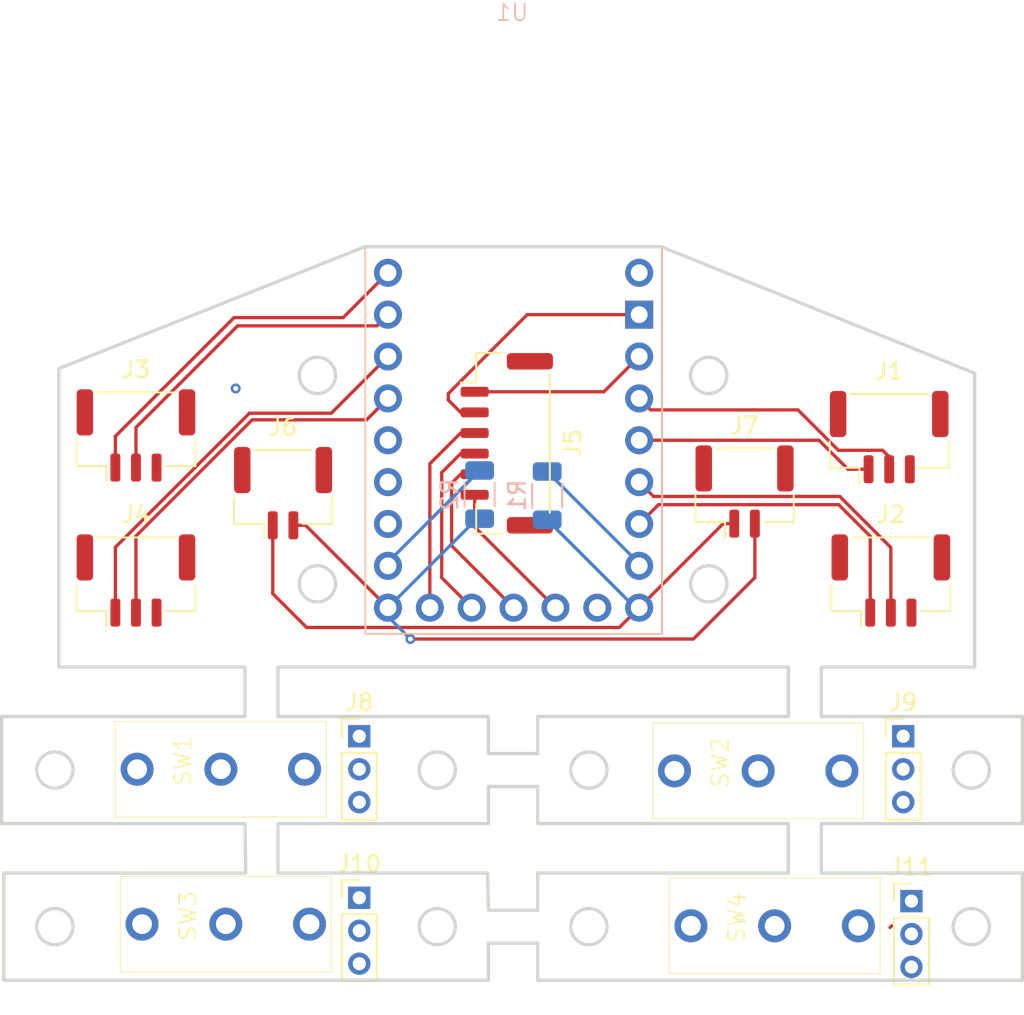
<source format=kicad_pcb>
(kicad_pcb (version 20240108) (generator "pcbnew") (generator_version "8.0")
  (layers (0 "F.Cu" signal) (31 "B.Cu" signal) (34 "B.Paste" user) (35 "F.Paste" user) (36 "B.SilkS" user "B.Silkscreen") (37 "F.SilkS" user "F.Silkscreen") (38 "B.Mask" user) (39 "F.Mask" user) (44 "Edge.Cuts" user))
  (net 0 "")
  (net 1 "btn1c")
  (net 2 "GND")
  (net 3 "btn1")
  (net 4 "btn2")
  (net 5 "btn2c")
  (net 6 "btn3")
  (net 7 "btn3c")
  (net 8 "btn4")
  (net 9 "btn4c")
  (net 10 "SCLK")
  (net 11 "SDIO")
  (net 12 "nCS")
  (net 13 "Net-(J8-Pin_3)")
  (net 14 "VIN")
  (net 15 "Net-(J9-Pin_3)")
  (net 16 "MOTION")
  (net 17 "touch2_in")
  (net 18 "touch1_in")
  (net 19 "touch2_out")
  (net 20 "Net-(J8-Pin_1)")
  (net 21 "Net-(J8-Pin_2)")
  (net 22 "Net-(J9-Pin_2)")
  (net 23 "Net-(J9-Pin_1)")
  (net 24 "Net-(J10-Pin_1)")
  (net 25 "Net-(J10-Pin_2)")
  (net 26 "Net-(J11-Pin_1)")
  (net 27 "Net-(J11-Pin_2)")
  (net 28 "touch1_out")
  (net 34 "Net-(J10-Pin_3)")
  (net 35 "Net-(J11-Pin_3)")
  (footprint "Connector_PinHeader_2.00mm:PinHeader_1x03_P2.00mm_Vertical" (layer "F.Cu") (at 185.9 101.9)
    (property "Reference" "J9" (at 0 -2.06 0) (layer "F.SilkS"))
    (property "Value" "Conn_01x03")
    (fp_line (start -1.06 -1.06) (end 0 -1.06) (stroke (width 0.12)) (layer "F.SilkS"))
    (fp_line (start -1.06 0) (end -1.06 -1.06) (stroke (width 0.12)) (layer "F.SilkS"))
    (fp_line (start -1.06 1) (end -1.06 5.06) (stroke (width 0.12)) (layer "F.SilkS"))
    (fp_line (start -1.06 1) (end 1.06 1) (stroke (width 0.12)) (layer "F.SilkS"))
    (fp_line (start -1.06 5.06) (end 1.06 5.06) (stroke (width 0.12)) (layer "F.SilkS"))
    (fp_line (start 1.06 1) (end 1.06 5.06) (stroke (width 0.12)) (layer "F.SilkS"))
    (pad "1" thru_hole rect (at 0 0) (size 1.35 1.35) (drill 0.8) (layers "*.Cu" "*.Mask") (net 23 "Net-(J9-Pin_1)"))
    (pad "2" thru_hole oval (at 0 2) (size 1.35 1.35) (drill 0.8) (layers "*.Cu" "*.Mask") (net 22 "Net-(J9-Pin_2)"))
    (pad "3" thru_hole oval (at 0 4) (size 1.35 1.35) (drill 0.8) (layers "*.Cu" "*.Mask") (net 15 "Net-(J9-Pin_3)"))
  )
  (footprint "kwkb-footprint:MouseSwitch" (layer "F.Cu") (at 144.5 103.9 90)
    (property "Reference" "SW1" (at 0.5 -2.3 90) (layer "F.SilkS") (effects (font (thickness 0.1))))
    (property "Value" "SW_SPDT_312")
    (fp_rect (start -2.9 -6.4) (end 2.9 6.4) (stroke (width 0.05)) (fill none) (layer "F.SilkS"))
    (pad "1" thru_hole circle (at 0 -5.08 90) (size 2 2) (drill 1.2) (layers "*.Cu" "*.Mask") (net 20 "Net-(J8-Pin_1)"))
    (pad "2" thru_hole circle (at 0 0 90) (size 2 2) (drill 1.2) (layers "*.Cu" "*.Mask") (net 21 "Net-(J8-Pin_2)"))
    (pad "3" thru_hole circle (at 0 5.08 90) (size 2 2) (drill 1.2) (layers "*.Cu" "*.Mask") (net 13 "Net-(J8-Pin_3)"))
  )
  (footprint "kwkb-footprint:MouseSwitch" (layer "F.Cu") (at 177.1 104 90)
    (property "Reference" "SW2" (at 0.5 -2.3 90) (layer "F.SilkS") (effects (font (thickness 0.1))))
    (property "Value" "SW_SPDT_312")
    (fp_rect (start -2.9 -6.4) (end 2.9 6.4) (stroke (width 0.05)) (fill none) (layer "F.SilkS"))
    (pad "1" thru_hole circle (at 0 -5.08 90) (size 2 2) (drill 1.2) (layers "*.Cu" "*.Mask") (net 23 "Net-(J9-Pin_1)"))
    (pad "2" thru_hole circle (at 0 0 90) (size 2 2) (drill 1.2) (layers "*.Cu" "*.Mask") (net 22 "Net-(J9-Pin_2)"))
    (pad "3" thru_hole circle (at 0 5.08 90) (size 2 2) (drill 1.2) (layers "*.Cu" "*.Mask") (net 15 "Net-(J9-Pin_3)"))
  )
  (footprint "Connector_JST:JST_GH_BM03B-GHS-TBT_1x03-1MP_P1.25mm_Vertical" (layer "F.Cu") (at 139.35 92.45)
    (property "Reference" "J4" (at 0 -4 0) (layer "F.SilkS"))
    (property "Value" "Conn_01x03")
    (fp_line (start -3.61 0.26) (end -3.61 1.86) (stroke (width 0.12)) (layer "F.SilkS"))
    (fp_line (start -3.61 1.86) (end -1.81 1.86) (stroke (width 0.12)) (layer "F.SilkS"))
    (fp_line (start -2.34 -2.61) (end 2.34 -2.61) (stroke (width 0.12)) (layer "F.SilkS"))
    (fp_line (start -1.81 1.86) (end -1.81 2.8) (stroke (width 0.12)) (layer "F.SilkS"))
    (fp_line (start 3.61 0.26) (end 3.61 1.86) (stroke (width 0.12)) (layer "F.SilkS"))
    (fp_line (start 3.61 1.86) (end 1.81 1.86) (stroke (width 0.12)) (layer "F.SilkS"))
    (pad "1" smd roundrect (at -1.25 1.95) (size 0.6 1.7) (layers "F.Cu" "F.Paste" "F.Mask") (net 9 "btn4c"))
    (pad "2" smd roundrect (at 0 1.95) (size 0.6 1.7) (layers "F.Cu" "F.Paste" "F.Mask") (net 2 "GND"))
    (pad "3" smd roundrect (at 1.25 1.95) (size 0.6 1.7) (layers "F.Cu" "F.Paste" "F.Mask") (net 8 "btn4"))
    (pad "MP" smd roundrect (at -3.1 -1.4) (size 1 2.8) (layers "F.Cu" "F.Paste" "F.Mask"))
    (pad "MP" smd roundrect (at 3.1 -1.4) (size 1 2.8) (layers "F.Cu" "F.Paste" "F.Mask"))
  )
  (footprint "Connector_PinHeader_2.00mm:PinHeader_1x03_P2.00mm_Vertical" (layer "F.Cu") (at 186.4 111.9)
    (property "Reference" "J11" (at 0 -2.06 0) (layer "F.SilkS"))
    (property "Value" "Conn_01x03")
    (fp_line (start -1.06 -1.06) (end 0 -1.06) (stroke (width 0.12)) (layer "F.SilkS"))
    (fp_line (start -1.06 0) (end -1.06 -1.06) (stroke (width 0.12)) (layer "F.SilkS"))
    (fp_line (start -1.06 1) (end -1.06 5.06) (stroke (width 0.12)) (layer "F.SilkS"))
    (fp_line (start -1.06 1) (end 1.06 1) (stroke (width 0.12)) (layer "F.SilkS"))
    (fp_line (start -1.06 5.06) (end 1.06 5.06) (stroke (width 0.12)) (layer "F.SilkS"))
    (fp_line (start 1.06 1) (end 1.06 5.06) (stroke (width 0.12)) (layer "F.SilkS"))
    (pad "1" thru_hole rect (at 0 0) (size 1.35 1.35) (drill 0.8) (layers "*.Cu" "*.Mask") (net 26 "Net-(J11-Pin_1)"))
    (pad "2" thru_hole oval (at 0 2) (size 1.35 1.35) (drill 0.8) (layers "*.Cu" "*.Mask") (net 27 "Net-(J11-Pin_2)"))
    (pad "3" thru_hole oval (at 0 4) (size 1.35 1.35) (drill 0.8) (layers "*.Cu" "*.Mask") (net 35 "Net-(J11-Pin_3)"))
  )
  (footprint "Connector_JST:JST_GH_BM03B-GHS-TBT_1x03-1MP_P1.25mm_Vertical" (layer "F.Cu") (at 139.35 83.65)
    (property "Reference" "J3" (at 0 -4 0) (layer "F.SilkS"))
    (property "Value" "Conn_01x03")
    (fp_line (start -3.61 0.26) (end -3.61 1.86) (stroke (width 0.12)) (layer "F.SilkS"))
    (fp_line (start -3.61 1.86) (end -1.81 1.86) (stroke (width 0.12)) (layer "F.SilkS"))
    (fp_line (start -2.34 -2.61) (end 2.34 -2.61) (stroke (width 0.12)) (layer "F.SilkS"))
    (fp_line (start -1.81 1.86) (end -1.81 2.8) (stroke (width 0.12)) (layer "F.SilkS"))
    (fp_line (start 3.61 0.26) (end 3.61 1.86) (stroke (width 0.12)) (layer "F.SilkS"))
    (fp_line (start 3.61 1.86) (end 1.81 1.86) (stroke (width 0.12)) (layer "F.SilkS"))
    (pad "1" smd roundrect (at -1.25 1.95) (size 0.6 1.7) (layers "F.Cu" "F.Paste" "F.Mask") (net 7 "btn3c"))
    (pad "2" smd roundrect (at 0 1.95) (size 0.6 1.7) (layers "F.Cu" "F.Paste" "F.Mask") (net 2 "GND"))
    (pad "3" smd roundrect (at 1.25 1.95) (size 0.6 1.7) (layers "F.Cu" "F.Paste" "F.Mask") (net 6 "btn3"))
    (pad "MP" smd roundrect (at -3.1 -1.4) (size 1 2.8) (layers "F.Cu" "F.Paste" "F.Mask"))
    (pad "MP" smd roundrect (at 3.1 -1.4) (size 1 2.8) (layers "F.Cu" "F.Paste" "F.Mask"))
  )
  (footprint "Connector_JST:JST_GH_BM03B-GHS-TBT_1x03-1MP_P1.25mm_Vertical" (layer "F.Cu") (at 185.05 83.75)
    (property "Reference" "J1" (at 0 -4 0) (layer "F.SilkS"))
    (property "Value" "Conn_01x03")
    (fp_line (start -3.61 0.26) (end -3.61 1.86) (stroke (width 0.12)) (layer "F.SilkS"))
    (fp_line (start -3.61 1.86) (end -1.81 1.86) (stroke (width 0.12)) (layer "F.SilkS"))
    (fp_line (start -2.34 -2.61) (end 2.34 -2.61) (stroke (width 0.12)) (layer "F.SilkS"))
    (fp_line (start -1.81 1.86) (end -1.81 2.8) (stroke (width 0.12)) (layer "F.SilkS"))
    (fp_line (start 3.61 0.26) (end 3.61 1.86) (stroke (width 0.12)) (layer "F.SilkS"))
    (fp_line (start 3.61 1.86) (end 1.81 1.86) (stroke (width 0.12)) (layer "F.SilkS"))
    (pad "1" smd roundrect (at -1.25 1.95) (size 0.6 1.7) (layers "F.Cu" "F.Paste" "F.Mask") (net 1 "btn1c"))
    (pad "2" smd roundrect (at 0 1.95) (size 0.6 1.7) (layers "F.Cu" "F.Paste" "F.Mask") (net 2 "GND"))
    (pad "3" smd roundrect (at 1.25 1.95) (size 0.6 1.7) (layers "F.Cu" "F.Paste" "F.Mask") (net 3 "btn1"))
    (pad "MP" smd roundrect (at -3.1 -1.4) (size 1 2.8) (layers "F.Cu" "F.Paste" "F.Mask"))
    (pad "MP" smd roundrect (at 3.1 -1.4) (size 1 2.8) (layers "F.Cu" "F.Paste" "F.Mask"))
  )
  (footprint "Connector_PinHeader_2.00mm:PinHeader_1x03_P2.00mm_Vertical" (layer "F.Cu") (at 152.9 101.9)
    (property "Reference" "J8" (at 0 -2.06 0) (layer "F.SilkS"))
    (property "Value" "Conn_01x03")
    (fp_line (start -1.06 -1.06) (end 0 -1.06) (stroke (width 0.12)) (layer "F.SilkS"))
    (fp_line (start -1.06 0) (end -1.06 -1.06) (stroke (width 0.12)) (layer "F.SilkS"))
    (fp_line (start -1.06 1) (end -1.06 5.06) (stroke (width 0.12)) (layer "F.SilkS"))
    (fp_line (start -1.06 1) (end 1.06 1) (stroke (width 0.12)) (layer "F.SilkS"))
    (fp_line (start -1.06 5.06) (end 1.06 5.06) (stroke (width 0.12)) (layer "F.SilkS"))
    (fp_line (start 1.06 1) (end 1.06 5.06) (stroke (width 0.12)) (layer "F.SilkS"))
    (pad "1" thru_hole rect (at 0 0) (size 1.35 1.35) (drill 0.8) (layers "*.Cu" "*.Mask") (net 20 "Net-(J8-Pin_1)"))
    (pad "2" thru_hole oval (at 0 2) (size 1.35 1.35) (drill 0.8) (layers "*.Cu" "*.Mask") (net 21 "Net-(J8-Pin_2)"))
    (pad "3" thru_hole oval (at 0 4) (size 1.35 1.35) (drill 0.8) (layers "*.Cu" "*.Mask") (net 13 "Net-(J8-Pin_3)"))
  )
  (footprint "kwkb-footprint:MouseSwitch" (layer "F.Cu") (at 178.1 113.4 90)
    (property "Reference" "SW4" (at 0.5 -2.3 90) (layer "F.SilkS") (effects (font (thickness 0.1))))
    (property "Value" "SW_SPDT_312")
    (fp_rect (start -2.9 -6.4) (end 2.9 6.4) (stroke (width 0.05)) (fill none) (layer "F.SilkS"))
    (pad "1" thru_hole circle (at 0 -5.08 90) (size 2 2) (drill 1.2) (layers "*.Cu" "*.Mask") (net 26 "Net-(J11-Pin_1)"))
    (pad "2" thru_hole circle (at 0 0 90) (size 2 2) (drill 1.2) (layers "*.Cu" "*.Mask") (net 27 "Net-(J11-Pin_2)"))
    (pad "3" thru_hole circle (at 0 5.08 90) (size 2 2) (drill 1.2) (layers "*.Cu" "*.Mask") (net 35 "Net-(J11-Pin_3)"))
  )
  (footprint "Connector_JST:JST_GH_BM06B-GHS-TBT_1x06-1MP_P1.25mm_Vertical" (layer "F.Cu") (at 161.85 84.125 -90)
    (property "Reference" "J5" (at 0 -4 90) (layer "F.SilkS"))
    (property "Value" "Conn_01x06")
    (fp_line (start -5.485 1.86) (end -3.685 1.86) (stroke (width 0.12)) (layer "F.SilkS"))
    (fp_line (start -3.685 1.86) (end -3.685 2.8) (stroke (width 0.12)) (layer "F.SilkS"))
    (fp_line (start 5.485 1.86) (end 3.685 1.86) (stroke (width 0.12)) (layer "F.SilkS"))
    (fp_line (start -5.485 0.26) (end -5.485 1.86) (stroke (width 0.12)) (layer "F.SilkS"))
    (fp_line (start 5.485 0.26) (end 5.485 1.86) (stroke (width 0.12)) (layer "F.SilkS"))
    (fp_line (start -4.215 -2.61) (end 4.215 -2.61) (stroke (width 0.12)) (layer "F.SilkS"))
    (pad "1" smd roundrect (at -3.125 1.95 270) (size 0.6 1.7) (layers "F.Cu" "F.Paste" "F.Mask") (net 14 "VIN"))
    (pad "2" smd roundrect (at -1.875 1.95 270) (size 0.6 1.7) (layers "F.Cu" "F.Paste" "F.Mask") (net 2 "GND"))
    (pad "3" smd roundrect (at -0.625 1.95 270) (size 0.6 1.7) (layers "F.Cu" "F.Paste" "F.Mask") (net 12 "nCS"))
    (pad "4" smd roundrect (at 0.625 1.95 270) (size 0.6 1.7) (layers "F.Cu" "F.Paste" "F.Mask") (net 11 "SDIO"))
    (pad "5" smd roundrect (at 1.875 1.95 270) (size 0.6 1.7) (layers "F.Cu" "F.Paste" "F.Mask") (net 10 "SCLK"))
    (pad "6" smd roundrect (at 3.125 1.95 270) (size 0.6 1.7) (layers "F.Cu" "F.Paste" "F.Mask") (net 16 "MOTION"))
    (pad "MP" smd roundrect (at -4.975 -1.4 270) (size 1 2.8) (layers "F.Cu" "F.Paste" "F.Mask"))
    (pad "MP" smd roundrect (at 4.975 -1.4 270) (size 1 2.8) (layers "F.Cu" "F.Paste" "F.Mask"))
  )
  (footprint "Connector_PinHeader_2.00mm:PinHeader_1x03_P2.00mm_Vertical" (layer "F.Cu") (at 152.9 111.7)
    (property "Reference" "J10" (at 0 -2.06 0) (layer "F.SilkS"))
    (property "Value" "Conn_01x03")
    (fp_line (start -1.06 -1.06) (end 0 -1.06) (stroke (width 0.12)) (layer "F.SilkS"))
    (fp_line (start -1.06 0) (end -1.06 -1.06) (stroke (width 0.12)) (layer "F.SilkS"))
    (fp_line (start -1.06 1) (end -1.06 5.06) (stroke (width 0.12)) (layer "F.SilkS"))
    (fp_line (start -1.06 1) (end 1.06 1) (stroke (width 0.12)) (layer "F.SilkS"))
    (fp_line (start -1.06 5.06) (end 1.06 5.06) (stroke (width 0.12)) (layer "F.SilkS"))
    (fp_line (start 1.06 1) (end 1.06 5.06) (stroke (width 0.12)) (layer "F.SilkS"))
    (pad "1" thru_hole rect (at 0 0) (size 1.35 1.35) (drill 0.8) (layers "*.Cu" "*.Mask") (net 24 "Net-(J10-Pin_1)"))
    (pad "2" thru_hole oval (at 0 2) (size 1.35 1.35) (drill 0.8) (layers "*.Cu" "*.Mask") (net 25 "Net-(J10-Pin_2)"))
    (pad "3" thru_hole oval (at 0 4) (size 1.35 1.35) (drill 0.8) (layers "*.Cu" "*.Mask") (net 34 "Net-(J10-Pin_3)"))
  )
  (footprint "Connector_JST:JST_GH_BM02B-GHS-TBT_1x02-1MP_P1.25mm_Vertical" (layer "F.Cu") (at 176.275 87.05)
    (property "Reference" "J7" (at 0 -4 0) (layer "F.SilkS"))
    (property "Value" "Conn_01x02")
    (fp_line (start -2.985 0.26) (end -2.985 1.86) (stroke (width 0.12)) (layer "F.SilkS"))
    (fp_line (start -2.985 1.86) (end -1.185 1.86) (stroke (width 0.12)) (layer "F.SilkS"))
    (fp_line (start -1.715 -2.61) (end 1.715 -2.61) (stroke (width 0.12)) (layer "F.SilkS"))
    (fp_line (start -1.185 1.86) (end -1.185 2.8) (stroke (width 0.12)) (layer "F.SilkS"))
    (fp_line (start 2.985 0.26) (end 2.985 1.86) (stroke (width 0.12)) (layer "F.SilkS"))
    (fp_line (start 2.985 1.86) (end 1.185 1.86) (stroke (width 0.12)) (layer "F.SilkS"))
    (pad "1" smd roundrect (at -0.625 1.95) (size 0.6 1.7) (layers "F.Cu" "F.Paste" "F.Mask") (net 18 "touch1_in"))
    (pad "2" smd roundrect (at 0.625 1.95) (size 0.6 1.7) (layers "F.Cu" "F.Paste" "F.Mask") (net 17 "touch2_in"))
    (pad "MP" smd roundrect (at -2.475 -1.4) (size 1 2.8) (layers "F.Cu" "F.Paste" "F.Mask"))
    (pad "MP" smd roundrect (at 2.475 -1.4) (size 1 2.8) (layers "F.Cu" "F.Paste" "F.Mask"))
  )
  (footprint "Connector_JST:JST_GH_BM02B-GHS-TBT_1x02-1MP_P1.25mm_Vertical" (layer "F.Cu") (at 148.275 87.15)
    (property "Reference" "J6" (at 0 -4 0) (layer "F.SilkS"))
    (property "Value" "Conn_01x02")
    (fp_line (start -2.985 0.26) (end -2.985 1.86) (stroke (width 0.12)) (layer "F.SilkS"))
    (fp_line (start -2.985 1.86) (end -1.185 1.86) (stroke (width 0.12)) (layer "F.SilkS"))
    (fp_line (start -1.715 -2.61) (end 1.715 -2.61) (stroke (width 0.12)) (layer "F.SilkS"))
    (fp_line (start -1.185 1.86) (end -1.185 2.8) (stroke (width 0.12)) (layer "F.SilkS"))
    (fp_line (start 2.985 0.26) (end 2.985 1.86) (stroke (width 0.12)) (layer "F.SilkS"))
    (fp_line (start 2.985 1.86) (end 1.185 1.86) (stroke (width 0.12)) (layer "F.SilkS"))
    (pad "1" smd roundrect (at -0.625 1.95) (size 0.6 1.7) (layers "F.Cu" "F.Paste" "F.Mask") (net 18 "touch1_in"))
    (pad "2" smd roundrect (at 0.625 1.95) (size 0.6 1.7) (layers "F.Cu" "F.Paste" "F.Mask") (net 17 "touch2_in"))
    (pad "MP" smd roundrect (at -2.475 -1.4) (size 1 2.8) (layers "F.Cu" "F.Paste" "F.Mask"))
    (pad "MP" smd roundrect (at 2.475 -1.4) (size 1 2.8) (layers "F.Cu" "F.Paste" "F.Mask"))
  )
  (footprint "kwkb-footprint:MouseSwitch" (layer "F.Cu") (at 144.8 113.3 90)
    (property "Reference" "SW3" (at 0.5 -2.3 90) (layer "F.SilkS") (effects (font (thickness 0.1))))
    (property "Value" "SW_SPDT_312")
    (fp_rect (start -2.9 -6.4) (end 2.9 6.4) (stroke (width 0.05)) (fill none) (layer "F.SilkS"))
    (pad "1" thru_hole circle (at 0 -5.08 90) (size 2 2) (drill 1.2) (layers "*.Cu" "*.Mask") (net 24 "Net-(J10-Pin_1)"))
    (pad "2" thru_hole circle (at 0 0 90) (size 2 2) (drill 1.2) (layers "*.Cu" "*.Mask") (net 25 "Net-(J10-Pin_2)"))
    (pad "3" thru_hole circle (at 0 5.08 90) (size 2 2) (drill 1.2) (layers "*.Cu" "*.Mask") (net 34 "Net-(J10-Pin_3)"))
  )
  (footprint "Connector_JST:JST_GH_BM03B-GHS-TBT_1x03-1MP_P1.25mm_Vertical" (layer "F.Cu") (at 185.15 92.45)
    (property "Reference" "J2" (at 0 -4 0) (layer "F.SilkS"))
    (property "Value" "Conn_01x03")
    (fp_line (start -3.61 0.26) (end -3.61 1.86) (stroke (width 0.12)) (layer "F.SilkS"))
    (fp_line (start -3.61 1.86) (end -1.81 1.86) (stroke (width 0.12)) (layer "F.SilkS"))
    (fp_line (start -2.34 -2.61) (end 2.34 -2.61) (stroke (width 0.12)) (layer "F.SilkS"))
    (fp_line (start -1.81 1.86) (end -1.81 2.8) (stroke (width 0.12)) (layer "F.SilkS"))
    (fp_line (start 3.61 0.26) (end 3.61 1.86) (stroke (width 0.12)) (layer "F.SilkS"))
    (fp_line (start 3.61 1.86) (end 1.81 1.86) (stroke (width 0.12)) (layer "F.SilkS"))
    (pad "1" smd roundrect (at -1.25 1.95) (size 0.6 1.7) (layers "F.Cu" "F.Paste" "F.Mask") (net 5 "btn2c"))
    (pad "2" smd roundrect (at 0 1.95) (size 0.6 1.7) (layers "F.Cu" "F.Paste" "F.Mask") (net 2 "GND"))
    (pad "3" smd roundrect (at 1.25 1.95) (size 0.6 1.7) (layers "F.Cu" "F.Paste" "F.Mask") (net 4 "btn2"))
    (pad "MP" smd roundrect (at -3.1 -1.4) (size 1 2.8) (layers "F.Cu" "F.Paste" "F.Mask"))
    (pad "MP" smd roundrect (at 3.1 -1.4) (size 1 2.8) (layers "F.Cu" "F.Paste" "F.Mask"))
  )
  (footprint "Resistor_SMD:R_1206_3216Metric" (layer "B.Cu") (at 164.3 87.3 -90)
    (property "Reference" "R1" (at 0 1.82 90) (layer "B.SilkS") (effects (justify mirror)))
    (property "Value" "100k")
    (fp_line (start 0.727064 0.91) (end -0.727064 0.91) (stroke (width 0.12)) (layer "B.SilkS"))
    (fp_line (start 0.727064 -0.91) (end -0.727064 -0.91) (stroke (width 0.12)) (layer "B.SilkS"))
    (pad "1" smd roundrect (at -1.4625 0 270) (size 1.125 1.75) (layers "B.Cu" "B.Paste" "B.Mask") (roundrect_rratio 0.222222) (net 28 "touch1_out"))
    (pad "2" smd roundrect (at 1.4625 0 270) (size 1.125 1.75) (layers "B.Cu" "B.Paste" "B.Mask") (roundrect_rratio 0.222222) (net 18 "touch1_in"))
  )
  (footprint "Resistor_SMD:R_1206_3216Metric" (layer "B.Cu") (at 160.2 87.2375 -90)
    (property "Reference" "R2" (at 0 1.82 90) (layer "B.SilkS") (effects (justify mirror)))
    (property "Value" "100k")
    (fp_line (start 0.727064 0.91) (end -0.727064 0.91) (stroke (width 0.12)) (layer "B.SilkS"))
    (fp_line (start 0.727064 -0.91) (end -0.727064 -0.91) (stroke (width 0.12)) (layer "B.SilkS"))
    (pad "1" smd roundrect (at -1.4625 0 270) (size 1.125 1.75) (layers "B.Cu" "B.Paste" "B.Mask") (roundrect_rratio 0.222222) (net 19 "touch2_out"))
    (pad "2" smd roundrect (at 1.4625 0 270) (size 1.125 1.75) (layers "B.Cu" "B.Paste" "B.Mask") (roundrect_rratio 0.222222) (net 17 "touch2_in"))
  )
  (footprint "kwkb-footprint:RP2024-Zero" (layer "B.Cu") (at 162.26 72.19 180)
    (property "Reference" "U1" (at 0.1 14.2 0) (layer "B.SilkS") (effects (font (thickness 0.1)) (justify mirror)))
    (property "Value" "~")
    (fp_rect (start 9 -23.5) (end -9 0) (stroke (width 0.1)) (fill none) (layer "B.SilkS"))
    (fp_rect (start 8.98 -23.48) (end -9.02 0.02) (stroke (width 0.1)) (fill none) (layer "F.SilkS"))
    (pad "1" thru_hole oval (at -7.62 -1.59 180) (size 1.7 1.7) (drill 1.02) (layers "*.Cu" "*.Mask"))
    (pad "2" thru_hole rect (at -7.62 -4.13 180) (size 1.7 1.7) (drill 1.02) (layers "*.Cu" "*.Mask") (net 2 "GND"))
    (pad "3" thru_hole oval (at -7.62 -6.67 180) (size 1.7 1.7) (drill 1.02) (layers "*.Cu" "*.Mask") (net 14 "VIN"))
    (pad "4" thru_hole oval (at -7.62 -9.21 180) (size 1.7 1.7) (drill 1.02) (layers "*.Cu" "*.Mask") (net 3 "btn1"))
    (pad "5" thru_hole oval (at -7.62 -11.75 180) (size 1.7 1.7) (drill 1.02) (layers "*.Cu" "*.Mask") (net 1 "btn1c"))
    (pad "6" thru_hole oval (at -7.62 -14.29 180) (size 1.7 1.7) (drill 1.02) (layers "*.Cu" "*.Mask") (net 4 "btn2"))
    (pad "7" thru_hole oval (at -7.62 -16.83 180) (size 1.7 1.7) (drill 1.02) (layers "*.Cu" "*.Mask") (net 5 "btn2c"))
    (pad "8" thru_hole oval (at -7.62 -19.37 180) (size 1.7 1.7) (drill 1.02) (layers "*.Cu" "*.Mask") (net 28 "touch1_out"))
    (pad "9" thru_hole oval (at -7.62 -21.91 180) (size 1.7 1.7) (drill 1.02) (layers "*.Cu" "*.Mask") (net 18 "touch1_in"))
    (pad "10" thru_hole oval (at -5.08 -21.91 180) (size 1.7 1.7) (drill 1.02) (layers "*.Cu" "*.Mask"))
    (pad "11" thru_hole oval (at -2.54 -21.91 180) (size 1.7 1.7) (drill 1.02) (layers "*.Cu" "*.Mask") (net 16 "MOTION"))
    (pad "12" thru_hole oval (at 0 -21.91 180) (size 1.7 1.7) (drill 1.02) (layers "*.Cu" "*.Mask") (net 10 "SCLK"))
    (pad "13" thru_hole oval (at 2.54 -21.91 180) (size 1.7 1.7) (drill 1.02) (layers "*.Cu" "*.Mask") (net 11 "SDIO"))
    (pad "14" thru_hole oval (at 5.08 -21.91 180) (size 1.7 1.7) (drill 1.02) (layers "*.Cu" "*.Mask") (net 12 "nCS"))
    (pad "15" thru_hole oval (at 7.62 -21.91 180) (size 1.7 1.7) (drill 1.02) (layers "*.Cu" "*.Mask") (net 17 "touch2_in"))
    (pad "16" thru_hole oval (at 7.62 -19.37 180) (size 1.7 1.7) (drill 1.02) (layers "*.Cu" "*.Mask") (net 19 "touch2_out"))
    (pad "17" thru_hole oval (at 7.62 -16.83 180) (size 1.7 1.7) (drill 1.02) (layers "*.Cu" "*.Mask"))
    (pad "18" thru_hole oval (at 7.62 -14.29 180) (size 1.7 1.7) (drill 1.02) (layers "*.Cu" "*.Mask"))
    (pad "19" thru_hole oval (at 7.62 -11.75 180) (size 1.7 1.7) (drill 1.02) (layers "*.Cu" "*.Mask"))
    (pad "20" thru_hole oval (at 7.62 -9.21 180) (size 1.7 1.7) (drill 1.02) (layers "*.Cu" "*.Mask") (net 8 "btn4"))
    (pad "21" thru_hole oval (at 7.62 -6.67 180) (size 1.7 1.7) (drill 1.02) (layers "*.Cu" "*.Mask") (net 9 "btn4c"))
    (pad "22" thru_hole oval (at 7.62 -4.13 180) (size 1.7 1.7) (drill 1.02) (layers "*.Cu" "*.Mask") (net 6 "btn3"))
    (pad "23" thru_hole oval (at 7.62 -1.59 180) (size 1.7 1.7) (drill 1.02) (layers "*.Cu" "*.Mask") (net 7 "btn3c"))
  )
  (gr_line (start 146.008987 110.2) (end 137.529389 110.2) (stroke (width 0.2)) (layer "Edge.Cuts"))
  (gr_line (start 131.329389 110.2) (end 131.329389 116.7) (stroke (width 0.2)) (layer "Edge.Cuts"))
  (gr_line (start 163.729389 112.45) (end 160.729389 112.45) (stroke (width 0.2)) (layer "Edge.Cuts"))
  (gr_circle (center 166.829389 113.45) (end 165.729389 113.45) (stroke (width 0.2)) (fill none) (layer "Edge.Cuts"))
  (gr_line (start 163.729389 110.2) (end 163.729389 112.45) (stroke (width 0.2)) (layer "Edge.Cuts"))
  (gr_line (start 163.729389 100.7) (end 163.729389 102.95) (stroke (width 0.2)) (layer "Edge.Cuts"))
  (gr_line (start 145.964695 100.7) (end 145.964695 97.7) (stroke (width 0.2)) (layer "Edge.Cuts"))
  (gr_line (start 147.964695 110.2) (end 147.964695 107.2) (stroke (width 0.2)) (layer "Edge.Cuts"))
  (gr_line (start 171.229389 72.200207) (end 153.229389 72.200207) (stroke (width 0.2)) (layer "Edge.Cuts"))
  (gr_line (start 147.964695 107.2) (end 160.729389 107.2) (stroke (width 0.2)) (layer "Edge.Cuts"))
  (gr_line (start 193.129389 100.7) (end 180.929389 100.7) (stroke (width 0.2)) (layer "Edge.Cuts"))
  (gr_line (start 131.2 107.2) (end 145.964695 107.2) (stroke (width 0.2)) (layer "Edge.Cuts"))
  (gr_line (start 163.729389 116.7) (end 193.129389 116.7) (stroke (width 0.2)) (layer "Edge.Cuts"))
  (gr_circle (center 166.829389 103.95) (end 165.729389 103.95) (stroke (width 0.2)) (fill none) (layer "Edge.Cuts"))
  (gr_line (start 178.929389 110.2) (end 163.729389 110.2) (stroke (width 0.2)) (layer "Edge.Cuts"))
  (gr_line (start 134.66923 79.591738) (end 134.66923 97.7) (stroke (width 0.2)) (layer "Edge.Cuts"))
  (gr_line (start 163.729389 104.95) (end 160.729389 104.95) (stroke (width 0.2)) (layer "Edge.Cuts"))
  (gr_line (start 145.964695 100.7) (end 131.2 100.7) (stroke (width 0.2)) (layer "Edge.Cuts"))
  (gr_line (start 146.008987 110.2) (end 145.964695 107.2) (stroke (width 0.2)) (layer "Edge.Cuts"))
  (gr_line (start 134.66923 97.7) (end 145.964695 97.7) (stroke (width 0.2)) (layer "Edge.Cuts"))
  (gr_line (start 193.129389 107.2) (end 193.129389 100.7) (stroke (width 0.2)) (layer "Edge.Cuts"))
  (gr_line (start 160.688586 110.2) (end 147.964695 110.2) (stroke (width 0.2)) (layer "Edge.Cuts"))
  (gr_line (start 160.729389 107.2) (end 160.729389 104.95) (stroke (width 0.2)) (layer "Edge.Cuts"))
  (gr_circle (center 157.629389 103.95) (end 156.529389 103.95) (stroke (width 0.2)) (fill none) (layer "Edge.Cuts"))
  (gr_line (start 160.729389 116.7) (end 160.729389 114.45) (stroke (width 0.2)) (layer "Edge.Cuts"))
  (gr_line (start 131.2 100.7) (end 131.2 107.2) (stroke (width 0.2)) (layer "Edge.Cuts"))
  (gr_line (start 131.329389 116.7) (end 160.729389 116.7) (stroke (width 0.2)) (layer "Edge.Cuts"))
  (gr_circle (center 134.429389 113.45) (end 133.329389 113.45) (stroke (width 0.2)) (fill none) (layer "Edge.Cuts"))
  (gr_line (start 180.929389 100.7) (end 180.929389 97.7) (stroke (width 0.2)) (layer "Edge.Cuts"))
  (gr_line (start 160.729389 112.45) (end 160.688586 110.2) (stroke (width 0.2)) (layer "Edge.Cuts"))
  (gr_line (start 163.729389 104.95) (end 163.729389 107.2) (stroke (width 0.2)) (layer "Edge.Cuts"))
  (gr_circle (center 190.029389 113.45) (end 188.929389 113.45) (stroke (width 0.2)) (fill none) (layer "Edge.Cuts"))
  (gr_line (start 178.929389 100.7) (end 178.929389 97.7) (stroke (width 0.2)) (layer "Edge.Cuts"))
  (gr_line (start 163.729389 107.2) (end 178.929389 107.2) (stroke (width 0.2)) (layer "Edge.Cuts"))
  (gr_line (start 180.929389 107.2) (end 193.129389 107.2) (stroke (width 0.2)) (layer "Edge.Cuts"))
  (gr_circle (center 174.101911 80.006228) (end 173.001911 80.006228) (stroke (width 0.2)) (fill none) (layer "Edge.Cuts"))
  (gr_line (start 190.234471 97.7) (end 190.234471 79.874914) (stroke (width 0.2)) (layer "Edge.Cuts"))
  (gr_circle (center 150.356867 92.65087) (end 149.256867 92.65087) (stroke (width 0.2)) (fill none) (layer "Edge.Cuts"))
  (gr_line (start 193.129389 116.7) (end 193.129389 110.2) (stroke (width 0.2)) (layer "Edge.Cuts"))
  (gr_line (start 163.729389 102.95) (end 160.729389 102.95) (stroke (width 0.2)) (layer "Edge.Cuts"))
  (gr_circle (center 174.101911 92.65087) (end 173.001911 92.65087) (stroke (width 0.2)) (fill none) (layer "Edge.Cuts"))
  (gr_line (start 178.929389 100.7) (end 163.729389 100.7) (stroke (width 0.2)) (layer "Edge.Cuts"))
  (gr_line (start 178.929389 97.7) (end 147.964695 97.7) (stroke (width 0.2)) (layer "Edge.Cuts"))
  (gr_line (start 163.729389 114.45) (end 160.729389 114.45) (stroke (width 0.2)) (layer "Edge.Cuts"))
  (gr_line (start 137.529389 110.2) (end 131.329389 110.2) (stroke (width 0.2)) (layer "Edge.Cuts"))
  (gr_line (start 147.964695 100.7) (end 147.964695 97.7) (stroke (width 0.2)) (layer "Edge.Cuts"))
  (gr_line (start 193.129389 110.2) (end 180.929389 110.2) (stroke (width 0.2)) (layer "Edge.Cuts"))
  (gr_line (start 153.229389 72.200207) (end 134.66923 79.591738) (stroke (width 0.2)) (layer "Edge.Cuts"))
  (gr_line (start 180.929389 97.7) (end 190.234471 97.7) (stroke (width 0.2)) (layer "Edge.Cuts"))
  (gr_circle (center 190.029389 103.95) (end 188.929389 103.95) (stroke (width 0.2)) (fill none) (layer "Edge.Cuts"))
  (gr_circle (center 157.629389 113.45) (end 156.529389 113.45) (stroke (width 0.2)) (fill none) (layer "Edge.Cuts"))
  (gr_line (start 180.929389 110.2) (end 180.929389 107.2) (stroke (width 0.2)) (layer "Edge.Cuts"))
  (gr_line (start 190.234471 79.874914) (end 171.229389 72.200207) (stroke (width 0.2)) (layer "Edge.Cuts"))
  (gr_circle (center 134.429389 103.95) (end 133.329389 103.95) (stroke (width 0.2)) (fill none) (layer "Edge.Cuts"))
  (gr_circle (center 150.356867 80.006228) (end 149.256867 80.006228) (stroke (width 0.2)) (fill none) (layer "Edge.Cuts"))
  (gr_line (start 160.729389 100.7) (end 147.964695 100.7) (stroke (width 0.2)) (layer "Edge.Cuts"))
  (gr_line (start 178.929389 110.2) (end 178.929389 107.2) (stroke (width 0.2)) (layer "Edge.Cuts"))
  (gr_line (start 160.729389 102.95) (end 160.729389 100.7) (stroke (width 0.2)) (layer "Edge.Cuts"))
  (gr_line (start 163.729389 114.45) (end 163.729389 116.7) (stroke (width 0.2)) (layer "Edge.Cuts"))
  (segment (start 182.54957 85.7) (end 183.8 85.7) (width 0.2) (layer "F.Cu") (net 1))
  (segment (start 169.88 83.94) (end 180.78957 83.94) (width 0.2) (layer "F.Cu") (net 1))
  (segment (start 180.78957 83.94) (end 182.54957 85.7) (width 0.2) (layer "F.Cu") (net 1))
  (segment (start 159.9 82.25) (end 159.050001 82.25) (width 0.2) (layer "F.Cu") (net 2))
  (segment (start 158.3 81.499999) (end 158.3 81.109448) (width 0.2) (layer "F.Cu") (net 2))
  (segment (start 158.3 81.109448) (end 163.089448 76.32) (width 0.2) (layer "F.Cu") (net 2))
  (segment (start 163.089448 76.32) (end 169.88 76.32) (width 0.2) (layer "F.Cu") (net 2))
  (segment (start 159.050001 82.25) (end 158.3 81.499999) (width 0.2) (layer "F.Cu") (net 2))
  (via (at 145.4 80.8) (size 0.6) (drill 0.3) (layers "F.Cu" "B.Cu") (net 2))
  (segment (start 169.88 81.4) (end 170.58 82.1) (width 0.2) (layer "F.Cu") (net 3))
  (segment (start 185.05 84.95) (end 185.05 85.7) (width 0.2) (layer "F.Cu") (net 3))
  (segment (start 179.515256 82.1) (end 181.965256 84.55) (width 0.2) (layer "F.Cu") (net 3))
  (segment (start 181.965256 84.55) (end 184.65 84.55) (width 0.2) (layer "F.Cu") (net 3))
  (segment (start 170.58 82.1) (end 179.515256 82.1) (width 0.2) (layer "F.Cu") (net 3))
  (segment (start 184.65 84.55) (end 185.05 84.95) (width 0.2) (layer "F.Cu") (net 3))
  (segment (start 185.15 90.45) (end 185.15 94.4) (width 0.2) (layer "F.Cu") (net 4))
  (segment (start 170.75 87.35) (end 182.05 87.35) (width 0.2) (layer "F.Cu") (net 4))
  (segment (start 182.05 87.35) (end 185.15 90.45) (width 0.2) (layer "F.Cu") (net 4))
  (segment (start 169.88 86.48) (end 170.75 87.35) (width 0.2) (layer "F.Cu") (net 4))
  (segment (start 169.88 89.02) (end 171.05 87.85) (width 0.2) (layer "F.Cu") (net 5))
  (segment (start 171.05 87.85) (end 181.984314 87.85) (width 0.2) (layer "F.Cu") (net 5))
  (segment (start 183.9 89.765686) (end 183.9 94.4) (width 0.2) (layer "F.Cu") (net 5))
  (segment (start 181.984314 87.85) (end 183.9 89.765686) (width 0.2) (layer "F.Cu") (net 5))
  (segment (start 139.35 85.6) (end 139.35 83.165256) (width 0.2) (layer "F.Cu") (net 6))
  (segment (start 145.515256 77) (end 153.96 77) (width 0.2) (layer "F.Cu") (net 6))
  (segment (start 139.35 83.165256) (end 145.515256 77) (width 0.2) (layer "F.Cu") (net 6))
  (segment (start 153.96 77) (end 154.64 76.32) (width 0.2) (layer "F.Cu") (net 6))
  (segment (start 151.92 76.5) (end 154.64 73.78) (width 0.2) (layer "F.Cu") (net 7))
  (segment (start 145.3 76.5) (end 151.92 76.5) (width 0.2) (layer "F.Cu") (net 7))
  (segment (start 138.1 83.7) (end 145.3 76.5) (width 0.2) (layer "F.Cu") (net 7))
  (segment (start 138.1 85.6) (end 138.1 83.7) (width 0.2) (layer "F.Cu") (net 7))
  (segment (start 146.4 82.7) (end 153.34 82.7) (width 0.2) (layer "F.Cu") (net 8))
  (segment (start 153.34 82.7) (end 154.64 81.4) (width 0.2) (layer "F.Cu") (net 8))
  (segment (start 139.35 89.75) (end 146.4 82.7) (width 0.2) (layer "F.Cu") (net 8))
  (segment (start 139.35 94.4) (end 139.35 89.75) (width 0.2) (layer "F.Cu") (net 8))
  (segment (start 151.2 82.3) (end 154.64 78.86) (width 0.2) (layer "F.Cu") (net 9))
  (segment (start 146.234314 82.3) (end 151.2 82.3) (width 0.2) (layer "F.Cu") (net 9))
  (segment (start 138.1 94.4) (end 138.1 90.434314) (width 0.2) (layer "F.Cu") (net 9))
  (segment (start 138.1 90.434314) (end 146.234314 82.3) (width 0.2) (layer "F.Cu") (net 9))
  (segment (start 158.5 86.550001) (end 158.5 90.34) (width 0.2) (layer "F.Cu") (net 10))
  (segment (start 159.050001 86) (end 158.5 86.550001) (width 0.2) (layer "F.Cu") (net 10))
  (segment (start 158.5 90.34) (end 162.26 94.1) (width 0.2) (layer "F.Cu") (net 10))
  (segment (start 159.9 86) (end 159.050001 86) (width 0.2) (layer "F.Cu") (net 10))
  (segment (start 159.9 84.75) (end 159.050001 84.75) (width 0.2) (layer "F.Cu") (net 11))
  (segment (start 157.9 85.900001) (end 157.9 92.28) (width 0.2) (layer "F.Cu") (net 11))
  (segment (start 157.9 92.28) (end 159.72 94.1) (width 0.2) (layer "F.Cu") (net 11))
  (segment (start 159.050001 84.75) (end 157.9 85.900001) (width 0.2) (layer "F.Cu") (net 11))
  (segment (start 159.050001 83.5) (end 157.18 85.370001) (width 0.2) (layer "F.Cu") (net 12))
  (segment (start 159.9 83.5) (end 159.050001 83.5) (width 0.2) (layer "F.Cu") (net 12))
  (segment (start 157.18 85.370001) (end 157.18 94.1) (width 0.2) (layer "F.Cu") (net 12))
  (segment (start 159.9 81) (end 167.74 81) (width 0.2) (layer "F.Cu") (net 14))
  (segment (start 167.74 81) (end 169.88 78.86) (width 0.2) (layer "F.Cu") (net 14))
  (segment (start 159.9 89.2) (end 164.8 94.1) (width 0.2) (layer "F.Cu") (net 16))
  (segment (start 159.9 87.25) (end 159.9 89.2) (width 0.2) (layer "F.Cu") (net 16))
  (segment (start 149.64 89.1) (end 154.64 94.1) (width 0.2) (layer "F.Cu") (net 17))
  (segment (start 176.9 92.270759) (end 176.9 89) (width 0.2) (layer "F.Cu") (net 17))
  (segment (start 156 96) (end 173.170759 96) (width 0.2) (layer "F.Cu") (net 17))
  (segment (start 148.9 89.1) (end 149.64 89.1) (width 0.2) (layer "F.Cu") (net 17))
  (segment (start 173.170759 96) (end 176.9 92.270759) (width 0.2) (layer "F.Cu") (net 17))
  (via (at 156 96) (size 0.6) (drill 0.3) (layers "F.Cu" "B.Cu") (net 17))
  (segment (start 160.04 88.7) (end 154.64 94.1) (width 0.2) (layer "B.Cu") (net 17))
  (segment (start 154.64 94.64) (end 154.64 94.1) (width 0.2) (layer "B.Cu") (net 17))
  (segment (start 160.2 88.7) (end 160.04 88.7) (width 0.2) (layer "B.Cu") (net 17))
  (segment (start 156 96) (end 154.64 94.64) (width 0.2) (layer "B.Cu") (net 17))
  (segment (start 174.98 89) (end 169.88 94.1) (width 0.2) (layer "F.Cu") (net 18))
  (segment (start 147.65 93.25) (end 149.7 95.3) (width 0.2) (layer "F.Cu") (net 18))
  (segment (start 149.7 95.3) (end 168.68 95.3) (width 0.2) (layer "F.Cu") (net 18))
  (segment (start 147.65 89.1) (end 147.65 93.25) (width 0.2) (layer "F.Cu") (net 18))
  (segment (start 175.65 89) (end 174.98 89) (width 0.2) (layer "F.Cu") (net 18))
  (segment (start 168.68 95.3) (end 169.88 94.1) (width 0.2) (layer "F.Cu") (net 18))
  (segment (start 164.3 88.7625) (end 169.6375 94.1) (width 0.2) (layer "B.Cu") (net 18))
  (segment (start 169.6375 94.1) (end 169.88 94.1) (width 0.2) (layer "B.Cu") (net 18))
  (segment (start 160.2 85.775) (end 154.64 91.335) (width 0.2) (layer "B.Cu") (net 19))
  (segment (start 154.64 91.335) (end 154.64 91.56) (width 0.2) (layer "B.Cu") (net 19))
  (segment (start 152.8 104) (end 152.9 103.9) (width 0.2) (layer "F.Cu") (net 21))
  (segment (start 185.1 113.5) (end 185.2 113.4) (width 0.2) (layer "F.Cu") (net 27))
  (segment (start 169.88 91.4175) (end 169.88 91.56) (width 0.2) (layer "B.Cu") (net 28))
  (segment (start 164.3 85.8375) (end 169.88 91.4175) (width 0.2) (layer "B.Cu") (net 28))
)
</source>
